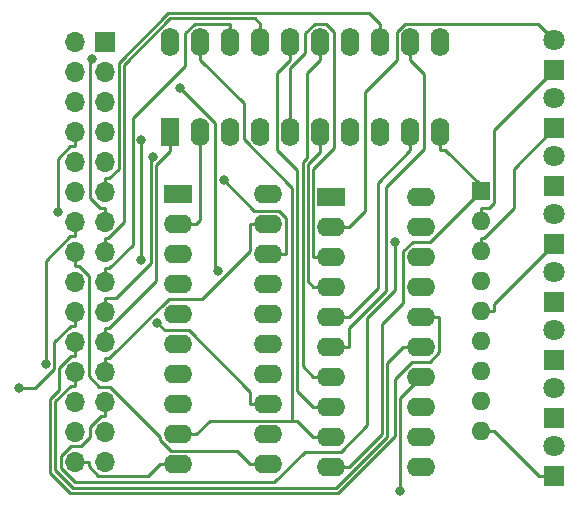
<source format=gbr>
%TF.GenerationSoftware,KiCad,Pcbnew,6.0.2+dfsg-1*%
%TF.CreationDate,2023-02-24T13:33:49-05:00*%
%TF.ProjectId,Register,52656769-7374-4657-922e-6b696361645f,rev?*%
%TF.SameCoordinates,Original*%
%TF.FileFunction,Copper,L2,Bot*%
%TF.FilePolarity,Positive*%
%FSLAX46Y46*%
G04 Gerber Fmt 4.6, Leading zero omitted, Abs format (unit mm)*
G04 Created by KiCad (PCBNEW 6.0.2+dfsg-1) date 2023-02-24 13:33:49*
%MOMM*%
%LPD*%
G01*
G04 APERTURE LIST*
%TA.AperFunction,ComponentPad*%
%ADD10R,1.700000X1.700000*%
%TD*%
%TA.AperFunction,ComponentPad*%
%ADD11O,1.700000X1.700000*%
%TD*%
%TA.AperFunction,ComponentPad*%
%ADD12R,1.800000X1.800000*%
%TD*%
%TA.AperFunction,ComponentPad*%
%ADD13C,1.800000*%
%TD*%
%TA.AperFunction,ComponentPad*%
%ADD14R,2.400000X1.600000*%
%TD*%
%TA.AperFunction,ComponentPad*%
%ADD15O,2.400000X1.600000*%
%TD*%
%TA.AperFunction,ComponentPad*%
%ADD16R,1.600000X2.400000*%
%TD*%
%TA.AperFunction,ComponentPad*%
%ADD17O,1.600000X2.400000*%
%TD*%
%TA.AperFunction,ComponentPad*%
%ADD18R,1.600000X1.600000*%
%TD*%
%TA.AperFunction,ComponentPad*%
%ADD19O,1.600000X1.600000*%
%TD*%
%TA.AperFunction,ViaPad*%
%ADD20C,0.800000*%
%TD*%
%TA.AperFunction,Conductor*%
%ADD21C,0.250000*%
%TD*%
G04 APERTURE END LIST*
D10*
%TO.P,J1,1,Pin_1*%
%TO.N,VCC*%
X45430000Y-56345000D03*
D11*
%TO.P,J1,2,Pin_2*%
%TO.N,/RD_{0}*%
X42890000Y-56345000D03*
%TO.P,J1,3,Pin_3*%
%TO.N,/D_{0}*%
X45430000Y-58885000D03*
%TO.P,J1,4,Pin_4*%
%TO.N,/RD_{1}*%
X42890000Y-58885000D03*
%TO.P,J1,5,Pin_5*%
%TO.N,/D_{1}*%
X45430000Y-61425000D03*
%TO.P,J1,6,Pin_6*%
%TO.N,/RD_{2}*%
X42890000Y-61425000D03*
%TO.P,J1,7,Pin_7*%
%TO.N,/D_{2}*%
X45430000Y-63965000D03*
%TO.P,J1,8,Pin_8*%
%TO.N,/RD_{3}*%
X42890000Y-63965000D03*
%TO.P,J1,9,Pin_9*%
%TO.N,/D_{3}*%
X45430000Y-66505000D03*
%TO.P,J1,10,Pin_10*%
%TO.N,/RD_{4}*%
X42890000Y-66505000D03*
%TO.P,J1,11,Pin_11*%
%TO.N,/D_{4}*%
X45430000Y-69045000D03*
%TO.P,J1,12,Pin_12*%
%TO.N,/RD_{5}*%
X42890000Y-69045000D03*
%TO.P,J1,13,Pin_13*%
%TO.N,/D_{5}*%
X45430000Y-71585000D03*
%TO.P,J1,14,Pin_14*%
%TO.N,/RD_{6}*%
X42890000Y-71585000D03*
%TO.P,J1,15,Pin_15*%
%TO.N,/D_{6}*%
X45430000Y-74125000D03*
%TO.P,J1,16,Pin_16*%
%TO.N,/RD_{7}*%
X42890000Y-74125000D03*
%TO.P,J1,17,Pin_17*%
%TO.N,/D_{7}*%
X45430000Y-76665000D03*
%TO.P,J1,18,Pin_18*%
%TO.N,/RS_{0}*%
X42890000Y-76665000D03*
%TO.P,J1,19,Pin_19*%
%TO.N,/CLK*%
X45430000Y-79205000D03*
%TO.P,J1,20,Pin_20*%
%TO.N,/RS_{1}*%
X42890000Y-79205000D03*
%TO.P,J1,21,Pin_21*%
%TO.N,/RB_{E}*%
X45430000Y-81745000D03*
%TO.P,J1,22,Pin_22*%
%TO.N,/RS_{2}*%
X42890000Y-81745000D03*
%TO.P,J1,23,Pin_23*%
%TO.N,/RD_{E}*%
X45430000Y-84285000D03*
%TO.P,J1,24,Pin_24*%
%TO.N,/RS_{3}*%
X42890000Y-84285000D03*
%TO.P,J1,25,Pin_25*%
%TO.N,/RS_{E}*%
X45430000Y-86825000D03*
%TO.P,J1,26,Pin_26*%
%TO.N,/RS_{4}*%
X42890000Y-86825000D03*
%TO.P,J1,27,Pin_27*%
%TO.N,/RS_{7}*%
X45430000Y-89365000D03*
%TO.P,J1,28,Pin_28*%
%TO.N,/RS_{5}*%
X42890000Y-89365000D03*
%TO.P,J1,29,Pin_29*%
%TO.N,/RS_{6}*%
X45430000Y-91905000D03*
%TO.P,J1,30,Pin_30*%
%TO.N,GND*%
X42890000Y-91905000D03*
%TD*%
D12*
%TO.P,D3,1,K*%
%TO.N,Net-(D3-Pad1)*%
X83470000Y-68555000D03*
D13*
%TO.P,D3,2,A*%
%TO.N,Net-(U1-Pad6)*%
X83470000Y-66015000D03*
%TD*%
D14*
%TO.P,U3,1,A->B*%
%TO.N,Net-(U2-Pad1)*%
X64600000Y-69435000D03*
D15*
%TO.P,U3,2,A0*%
%TO.N,Net-(U1-Pad2)*%
X64600000Y-71975000D03*
%TO.P,U3,3,A1*%
%TO.N,Net-(U1-Pad5)*%
X64600000Y-74515000D03*
%TO.P,U3,4,A2*%
%TO.N,Net-(U1-Pad6)*%
X64600000Y-77055000D03*
%TO.P,U3,5,A3*%
%TO.N,Net-(U1-Pad9)*%
X64600000Y-79595000D03*
%TO.P,U3,6,A4*%
%TO.N,Net-(U1-Pad12)*%
X64600000Y-82135000D03*
%TO.P,U3,7,A5*%
%TO.N,Net-(U1-Pad15)*%
X64600000Y-84675000D03*
%TO.P,U3,8,A6*%
%TO.N,Net-(U1-Pad16)*%
X64600000Y-87215000D03*
%TO.P,U3,9,A7*%
%TO.N,Net-(U1-Pad19)*%
X64600000Y-89755000D03*
%TO.P,U3,10,GND*%
%TO.N,GND*%
X64600000Y-92295000D03*
%TO.P,U3,11,B7*%
%TO.N,/RS_{7}*%
X72220000Y-92295000D03*
%TO.P,U3,12,B6*%
%TO.N,/RS_{6}*%
X72220000Y-89755000D03*
%TO.P,U3,13,B5*%
%TO.N,/RS_{5}*%
X72220000Y-87215000D03*
%TO.P,U3,14,B4*%
%TO.N,/RS_{4}*%
X72220000Y-84675000D03*
%TO.P,U3,15,B3*%
%TO.N,/RS_{3}*%
X72220000Y-82135000D03*
%TO.P,U3,16,B2*%
%TO.N,/RS_{2}*%
X72220000Y-79595000D03*
%TO.P,U3,17,B1*%
%TO.N,/RS_{1}*%
X72220000Y-77055000D03*
%TO.P,U3,18,B0*%
%TO.N,/RS_{0}*%
X72220000Y-74515000D03*
%TO.P,U3,19,CE*%
%TO.N,/RS_{E}*%
X72220000Y-71975000D03*
%TO.P,U3,20,VCC*%
%TO.N,Net-(U2-Pad1)*%
X72220000Y-69435000D03*
%TD*%
D12*
%TO.P,D7,1,K*%
%TO.N,Net-(D7-Pad1)*%
X83470000Y-88185000D03*
D13*
%TO.P,D7,2,A*%
%TO.N,Net-(U1-Pad16)*%
X83470000Y-85645000D03*
%TD*%
D14*
%TO.P,U2,1,A->B*%
%TO.N,Net-(U2-Pad1)*%
X51660000Y-69215000D03*
D15*
%TO.P,U2,2,A0*%
%TO.N,Net-(U1-Pad2)*%
X51660000Y-71755000D03*
%TO.P,U2,3,A1*%
%TO.N,Net-(U1-Pad5)*%
X51660000Y-74295000D03*
%TO.P,U2,4,A2*%
%TO.N,Net-(U1-Pad6)*%
X51660000Y-76835000D03*
%TO.P,U2,5,A3*%
%TO.N,Net-(U1-Pad9)*%
X51660000Y-79375000D03*
%TO.P,U2,6,A4*%
%TO.N,Net-(U1-Pad12)*%
X51660000Y-81915000D03*
%TO.P,U2,7,A5*%
%TO.N,Net-(U1-Pad15)*%
X51660000Y-84455000D03*
%TO.P,U2,8,A6*%
%TO.N,Net-(U1-Pad16)*%
X51660000Y-86995000D03*
%TO.P,U2,9,A7*%
%TO.N,Net-(U1-Pad19)*%
X51660000Y-89535000D03*
%TO.P,U2,10,GND*%
%TO.N,GND*%
X51660000Y-92075000D03*
%TO.P,U2,11,B7*%
%TO.N,/RD_{7}*%
X59280000Y-92075000D03*
%TO.P,U2,12,B6*%
%TO.N,/RD_{6}*%
X59280000Y-89535000D03*
%TO.P,U2,13,B5*%
%TO.N,/RD_{5}*%
X59280000Y-86995000D03*
%TO.P,U2,14,B4*%
%TO.N,/RD_{4}*%
X59280000Y-84455000D03*
%TO.P,U2,15,B3*%
%TO.N,/RD_{3}*%
X59280000Y-81915000D03*
%TO.P,U2,16,B2*%
%TO.N,/RD_{2}*%
X59280000Y-79375000D03*
%TO.P,U2,17,B1*%
%TO.N,/RD_{1}*%
X59280000Y-76835000D03*
%TO.P,U2,18,B0*%
%TO.N,/RD_{0}*%
X59280000Y-74295000D03*
%TO.P,U2,19,CE*%
%TO.N,/RD_{E}*%
X59280000Y-71755000D03*
%TO.P,U2,20,VCC*%
%TO.N,Net-(U2-Pad1)*%
X59280000Y-69215000D03*
%TD*%
D12*
%TO.P,D4,1,K*%
%TO.N,Net-(D4-Pad1)*%
X83470000Y-73465000D03*
D13*
%TO.P,D4,2,A*%
%TO.N,Net-(U1-Pad9)*%
X83470000Y-70925000D03*
%TD*%
D12*
%TO.P,D1,1,K*%
%TO.N,Net-(D1-Pad1)*%
X83470000Y-58730000D03*
D13*
%TO.P,D1,2,A*%
%TO.N,Net-(U1-Pad2)*%
X83470000Y-56190000D03*
%TD*%
D16*
%TO.P,U1,1,~{E}*%
%TO.N,/RB_{E}*%
X50980000Y-63960000D03*
D17*
%TO.P,U1,2,Q0*%
%TO.N,Net-(U1-Pad2)*%
X53520000Y-63960000D03*
%TO.P,U1,3,D0*%
%TO.N,/D_{0}*%
X56060000Y-63960000D03*
%TO.P,U1,4,D1*%
%TO.N,/D_{1}*%
X58600000Y-63960000D03*
%TO.P,U1,5,Q1*%
%TO.N,Net-(U1-Pad5)*%
X61140000Y-63960000D03*
%TO.P,U1,6,Q2*%
%TO.N,Net-(U1-Pad6)*%
X63680000Y-63960000D03*
%TO.P,U1,7,D2*%
%TO.N,/D_{2}*%
X66220000Y-63960000D03*
%TO.P,U1,8,D3*%
%TO.N,/D_{3}*%
X68760000Y-63960000D03*
%TO.P,U1,9,Q3*%
%TO.N,Net-(U1-Pad9)*%
X71300000Y-63960000D03*
%TO.P,U1,10,GND*%
%TO.N,GND*%
X73840000Y-63960000D03*
%TO.P,U1,11,CP*%
%TO.N,/CLK*%
X73840000Y-56340000D03*
%TO.P,U1,12,Q4*%
%TO.N,Net-(U1-Pad12)*%
X71300000Y-56340000D03*
%TO.P,U1,13,D4*%
%TO.N,/D_{4}*%
X68760000Y-56340000D03*
%TO.P,U1,14,D5*%
%TO.N,/D_{5}*%
X66220000Y-56340000D03*
%TO.P,U1,15,Q5*%
%TO.N,Net-(U1-Pad15)*%
X63680000Y-56340000D03*
%TO.P,U1,16,Q6*%
%TO.N,Net-(U1-Pad16)*%
X61140000Y-56340000D03*
%TO.P,U1,17,D6*%
%TO.N,/D_{6}*%
X58600000Y-56340000D03*
%TO.P,U1,18,D7*%
%TO.N,/D_{7}*%
X56060000Y-56340000D03*
%TO.P,U1,19,Q7*%
%TO.N,Net-(U1-Pad19)*%
X53520000Y-56340000D03*
%TO.P,U1,20,VCC*%
%TO.N,VCC*%
X50980000Y-56340000D03*
%TD*%
D12*
%TO.P,D8,1,K*%
%TO.N,Net-(D8-Pad1)*%
X83470000Y-93095000D03*
D13*
%TO.P,D8,2,A*%
%TO.N,Net-(U1-Pad19)*%
X83470000Y-90555000D03*
%TD*%
D18*
%TO.P,RN1,1,R1.1*%
%TO.N,GND*%
X77270000Y-68990000D03*
D19*
%TO.P,RN1,2,R1.2*%
%TO.N,Net-(D1-Pad1)*%
X77270000Y-71530000D03*
%TO.P,RN1,3,R2.2*%
%TO.N,Net-(D2-Pad1)*%
X77270000Y-74070000D03*
%TO.P,RN1,4,R3.2*%
%TO.N,Net-(D3-Pad1)*%
X77270000Y-76610000D03*
%TO.P,RN1,5,R4.2*%
%TO.N,Net-(D4-Pad1)*%
X77270000Y-79150000D03*
%TO.P,RN1,6,R5.2*%
%TO.N,Net-(D5-Pad1)*%
X77270000Y-81690000D03*
%TO.P,RN1,7,R6.2*%
%TO.N,Net-(D6-Pad1)*%
X77270000Y-84230000D03*
%TO.P,RN1,8,R7.2*%
%TO.N,Net-(D7-Pad1)*%
X77270000Y-86770000D03*
%TO.P,RN1,9,R8.2*%
%TO.N,Net-(D8-Pad1)*%
X77270000Y-89310000D03*
%TD*%
D12*
%TO.P,D6,1,K*%
%TO.N,Net-(D6-Pad1)*%
X83470000Y-83275000D03*
D13*
%TO.P,D6,2,A*%
%TO.N,Net-(U1-Pad15)*%
X83470000Y-80735000D03*
%TD*%
D12*
%TO.P,D5,1,K*%
%TO.N,Net-(D5-Pad1)*%
X83470000Y-78375000D03*
D13*
%TO.P,D5,2,A*%
%TO.N,Net-(U1-Pad12)*%
X83470000Y-75835000D03*
%TD*%
D12*
%TO.P,D2,1,K*%
%TO.N,Net-(D2-Pad1)*%
X83470000Y-63640000D03*
D13*
%TO.P,D2,2,A*%
%TO.N,Net-(U1-Pad5)*%
X83470000Y-61100000D03*
%TD*%
D20*
%TO.N,/RS_{4}*%
X70454900Y-94361700D03*
%TO.N,/RS_{E}*%
X70000900Y-73234900D03*
%TO.N,/RS_{1}*%
X38122500Y-85612500D03*
%TO.N,/CLK*%
X49511100Y-66032900D03*
%TO.N,/RD_{6}*%
X40416400Y-83633000D03*
%TO.N,/D_{5}*%
X44353200Y-57806900D03*
%TO.N,/RD_{5}*%
X49856500Y-80093800D03*
%TO.N,/RD_{3}*%
X41461200Y-70767000D03*
%TO.N,/RD_{2}*%
X48520900Y-74795600D03*
X48535400Y-64601800D03*
%TO.N,/RD_{1}*%
X55021500Y-75702000D03*
X51797400Y-60245700D03*
%TO.N,/RD_{0}*%
X55507500Y-68048900D03*
%TD*%
D21*
%TO.N,Net-(D8-Pad1)*%
X82180100Y-93095000D02*
X83470000Y-93095000D01*
X78395100Y-89310000D02*
X82180100Y-93095000D01*
X77270000Y-89310000D02*
X78395100Y-89310000D01*
%TO.N,Net-(D4-Pad1)*%
X78395100Y-78539900D02*
X83470000Y-73465000D01*
X78395100Y-79150000D02*
X78395100Y-78539900D01*
X77270000Y-79150000D02*
X78395100Y-79150000D01*
%TO.N,Net-(D2-Pad1)*%
X77503100Y-72944900D02*
X77270000Y-72944900D01*
X80060800Y-70387200D02*
X77503100Y-72944900D01*
X80060800Y-67049200D02*
X80060800Y-70387200D01*
X83470000Y-63640000D02*
X80060800Y-67049200D01*
X77270000Y-74070000D02*
X77270000Y-72944900D01*
%TO.N,Net-(D1-Pad1)*%
X78395100Y-63804900D02*
X83470000Y-58730000D01*
X78395100Y-69983000D02*
X78395100Y-63804900D01*
X77973200Y-70404900D02*
X78395100Y-69983000D01*
X77270000Y-70404900D02*
X77973200Y-70404900D01*
X77270000Y-71530000D02*
X77270000Y-70404900D01*
%TO.N,Net-(U1-Pad19)*%
X51660000Y-89535000D02*
X53185100Y-89535000D01*
X64600000Y-89755000D02*
X63074900Y-89755000D01*
X53520000Y-56340000D02*
X53520000Y-57865100D01*
X57185200Y-61530300D02*
X53520000Y-57865100D01*
X57185200Y-64577700D02*
X57185200Y-61530300D01*
X61260200Y-68652700D02*
X57185200Y-64577700D01*
X61260200Y-88396600D02*
X61260200Y-68652700D01*
X54323500Y-88396600D02*
X61260200Y-88396600D01*
X53185100Y-89535000D02*
X54323500Y-88396600D01*
X61716500Y-88396600D02*
X63074900Y-89755000D01*
X61260200Y-88396600D02*
X61716500Y-88396600D01*
%TO.N,Net-(U1-Pad16)*%
X61140000Y-56340000D02*
X61140000Y-57865100D01*
X64600000Y-87215000D02*
X63074900Y-87215000D01*
X60010500Y-58994600D02*
X61140000Y-57865100D01*
X60010500Y-65437300D02*
X60010500Y-58994600D01*
X61710300Y-67137100D02*
X60010500Y-65437300D01*
X61710300Y-85850400D02*
X61710300Y-67137100D01*
X63074900Y-87215000D02*
X61710300Y-85850400D01*
%TO.N,Net-(U1-Pad15)*%
X63680000Y-56340000D02*
X63680000Y-57865100D01*
X62174700Y-83774800D02*
X63074900Y-84675000D01*
X62174700Y-66510800D02*
X62174700Y-83774800D01*
X62549100Y-66136400D02*
X62174700Y-66510800D01*
X62549100Y-58996000D02*
X62549100Y-66136400D01*
X63680000Y-57865100D02*
X62549100Y-58996000D01*
X63950000Y-84675000D02*
X63074900Y-84675000D01*
X63950000Y-84675000D02*
X64600000Y-84675000D01*
%TO.N,Net-(U1-Pad12)*%
X71300000Y-56340000D02*
X71300000Y-57865100D01*
X64600000Y-82135000D02*
X66125100Y-82135000D01*
X66125100Y-80546100D02*
X66125100Y-82135000D01*
X69275800Y-77395400D02*
X66125100Y-80546100D01*
X69275800Y-68599400D02*
X69275800Y-77395400D01*
X72449500Y-65425700D02*
X69275800Y-68599400D01*
X72449500Y-59014600D02*
X72449500Y-65425700D01*
X71300000Y-57865100D02*
X72449500Y-59014600D01*
%TO.N,Net-(U1-Pad9)*%
X68543900Y-77176200D02*
X66125100Y-79595000D01*
X68543900Y-68241200D02*
X68543900Y-77176200D01*
X71300000Y-65485100D02*
X68543900Y-68241200D01*
X71300000Y-63960000D02*
X71300000Y-65485100D01*
X64600000Y-79595000D02*
X66125100Y-79595000D01*
%TO.N,Net-(U1-Pad6)*%
X63680000Y-63960000D02*
X63680000Y-65485100D01*
X64600000Y-77055000D02*
X63074900Y-77055000D01*
X62624800Y-76604900D02*
X63074900Y-77055000D01*
X62624800Y-66697300D02*
X62624800Y-76604900D01*
X63680000Y-65642100D02*
X62624800Y-66697300D01*
X63680000Y-65485100D02*
X63680000Y-65642100D01*
%TO.N,Net-(U1-Pad5)*%
X63074900Y-67108700D02*
X63074900Y-74515000D01*
X64858600Y-65325000D02*
X63074900Y-67108700D01*
X64858600Y-55487200D02*
X64858600Y-65325000D01*
X64150200Y-54778800D02*
X64858600Y-55487200D01*
X63214300Y-54778800D02*
X64150200Y-54778800D01*
X62410000Y-55583100D02*
X63214300Y-54778800D01*
X62410000Y-57275500D02*
X62410000Y-55583100D01*
X61140000Y-58545500D02*
X62410000Y-57275500D01*
X61140000Y-63960000D02*
X61140000Y-58545500D01*
X64600000Y-74515000D02*
X63074900Y-74515000D01*
%TO.N,Net-(U1-Pad2)*%
X64600000Y-71975000D02*
X66125100Y-71975000D01*
X67490000Y-70610100D02*
X66125100Y-71975000D01*
X67490000Y-60550000D02*
X67490000Y-70610100D01*
X70174800Y-57865200D02*
X67490000Y-60550000D01*
X70174800Y-55465400D02*
X70174800Y-57865200D01*
X70827200Y-54813000D02*
X70174800Y-55465400D01*
X82093000Y-54813000D02*
X70827200Y-54813000D01*
X83470000Y-56190000D02*
X82093000Y-54813000D01*
X53520000Y-71420100D02*
X53185100Y-71755000D01*
X53520000Y-63960000D02*
X53520000Y-71420100D01*
X51660000Y-71755000D02*
X53185100Y-71755000D01*
%TO.N,GND*%
X44065100Y-92270300D02*
X44065100Y-91905000D01*
X44893800Y-93099000D02*
X44065100Y-92270300D01*
X49110900Y-93099000D02*
X44893800Y-93099000D01*
X50134900Y-92075000D02*
X49110900Y-93099000D01*
X51660000Y-92075000D02*
X50134900Y-92075000D01*
X42890000Y-91905000D02*
X44065100Y-91905000D01*
X64600000Y-92295000D02*
X66125100Y-92295000D01*
X68894400Y-89525700D02*
X66125100Y-92295000D01*
X68894400Y-80210000D02*
X68894400Y-89525700D01*
X70694800Y-78409600D02*
X68894400Y-80210000D01*
X70694800Y-74048300D02*
X70694800Y-78409600D01*
X71498100Y-73245000D02*
X70694800Y-74048300D01*
X72950100Y-73245000D02*
X71498100Y-73245000D01*
X77270000Y-68925100D02*
X72950100Y-73245000D01*
X77270000Y-68481200D02*
X77270000Y-68925100D01*
X77270000Y-68990000D02*
X77270000Y-68481200D01*
X74273900Y-65485100D02*
X73840000Y-65485100D01*
X77270000Y-68481200D02*
X74273900Y-65485100D01*
X73840000Y-63960000D02*
X73840000Y-65485100D01*
%TO.N,/RS_{4}*%
X70454900Y-86440100D02*
X70454900Y-94361700D01*
X72220000Y-84675000D02*
X70454900Y-86440100D01*
%TO.N,/RS_{E}*%
X45430000Y-86825000D02*
X45430000Y-88000100D01*
X45064700Y-88000100D02*
X45430000Y-88000100D01*
X44160000Y-88904800D02*
X45064700Y-88000100D01*
X44160000Y-89795900D02*
X44160000Y-88904800D01*
X43415700Y-90540200D02*
X44160000Y-89795900D01*
X42576300Y-90540200D02*
X43415700Y-90540200D01*
X41695800Y-91420700D02*
X42576300Y-90540200D01*
X41695800Y-92425500D02*
X41695800Y-91420700D01*
X42887800Y-93617500D02*
X41695800Y-92425500D01*
X59761600Y-93617500D02*
X42887800Y-93617500D01*
X62354100Y-91025000D02*
X59761600Y-93617500D01*
X65385800Y-91025000D02*
X62354100Y-91025000D01*
X67621500Y-88789300D02*
X65385800Y-91025000D01*
X67621500Y-79686300D02*
X67621500Y-88789300D01*
X70000900Y-77306900D02*
X67621500Y-79686300D01*
X70000900Y-73234900D02*
X70000900Y-77306900D01*
%TO.N,/RS_{3}*%
X42890000Y-84285000D02*
X42890000Y-85460100D01*
X72220000Y-82135000D02*
X70694900Y-82135000D01*
X42524700Y-85460100D02*
X42890000Y-85460100D01*
X41245700Y-86739100D02*
X42524700Y-85460100D01*
X41245700Y-92612000D02*
X41245700Y-86739100D01*
X42701300Y-94067600D02*
X41245700Y-92612000D01*
X65014400Y-94067600D02*
X42701300Y-94067600D01*
X69344600Y-89737400D02*
X65014400Y-94067600D01*
X69344600Y-83485300D02*
X69344600Y-89737400D01*
X70694900Y-82135000D02*
X69344600Y-83485300D01*
%TO.N,/RD_{E}*%
X45801400Y-83109900D02*
X45430000Y-83109900D01*
X50837000Y-78074300D02*
X45801400Y-83109900D01*
X53689600Y-78074300D02*
X50837000Y-78074300D01*
X57754900Y-74009000D02*
X53689600Y-78074300D01*
X57754900Y-71755000D02*
X57754900Y-74009000D01*
X59280000Y-71755000D02*
X57754900Y-71755000D01*
X45430000Y-84285000D02*
X45430000Y-83109900D01*
%TO.N,/RS_{2}*%
X42571400Y-82920100D02*
X42890000Y-82920100D01*
X41591600Y-83899900D02*
X42571400Y-82920100D01*
X41591600Y-85756500D02*
X41591600Y-83899900D01*
X40756100Y-86592000D02*
X41591600Y-85756500D01*
X40756100Y-92801400D02*
X40756100Y-86592000D01*
X42496100Y-94541400D02*
X40756100Y-92801400D01*
X65177300Y-94541400D02*
X42496100Y-94541400D01*
X70004700Y-89714000D02*
X65177300Y-94541400D01*
X70004700Y-84848400D02*
X70004700Y-89714000D01*
X71448100Y-83405000D02*
X70004700Y-84848400D01*
X72959300Y-83405000D02*
X71448100Y-83405000D01*
X73745100Y-82619200D02*
X72959300Y-83405000D01*
X73745100Y-79595000D02*
X73745100Y-82619200D01*
X72220000Y-79595000D02*
X73745100Y-79595000D01*
X42890000Y-81745000D02*
X42890000Y-82920100D01*
%TO.N,/RB_{E}*%
X50980000Y-63960000D02*
X50980000Y-65485100D01*
X45430000Y-81745000D02*
X45430000Y-80569900D01*
X50980000Y-65589500D02*
X50980000Y-65485100D01*
X49780700Y-66788800D02*
X50980000Y-65589500D01*
X49780700Y-76584400D02*
X49780700Y-66788800D01*
X45795200Y-80569900D02*
X49780700Y-76584400D01*
X45430000Y-80569900D02*
X45795200Y-80569900D01*
%TO.N,/RS_{1}*%
X42890000Y-79205000D02*
X42890000Y-80380100D01*
X39516200Y-85612500D02*
X38122500Y-85612500D01*
X41141500Y-83987200D02*
X39516200Y-85612500D01*
X41141500Y-81763300D02*
X41141500Y-83987200D01*
X42524700Y-80380100D02*
X41141500Y-81763300D01*
X42890000Y-80380100D02*
X42524700Y-80380100D01*
%TO.N,/CLK*%
X46347100Y-78029900D02*
X45430000Y-78029900D01*
X49330500Y-75046500D02*
X46347100Y-78029900D01*
X49330500Y-66213500D02*
X49330500Y-75046500D01*
X49511100Y-66032900D02*
X49330500Y-66213500D01*
X45430000Y-79205000D02*
X45430000Y-78029900D01*
%TO.N,/D_{7}*%
X45795200Y-75489900D02*
X45430000Y-75489900D01*
X47795700Y-73489400D02*
X45795200Y-75489900D01*
X47795700Y-62795000D02*
X47795700Y-73489400D01*
X52250000Y-58340700D02*
X47795700Y-62795000D01*
X52250000Y-55588600D02*
X52250000Y-58340700D01*
X53023700Y-54814900D02*
X52250000Y-55588600D01*
X56060000Y-54814900D02*
X53023700Y-54814900D01*
X56060000Y-56340000D02*
X56060000Y-54814900D01*
X45430000Y-76665000D02*
X45430000Y-75489900D01*
%TO.N,/RD_{7}*%
X43255200Y-75300100D02*
X42890000Y-75300100D01*
X44065100Y-76110000D02*
X43255200Y-75300100D01*
X44065100Y-84621000D02*
X44065100Y-76110000D01*
X44944700Y-85500600D02*
X44065100Y-84621000D01*
X45839300Y-85500600D02*
X44944700Y-85500600D01*
X50134800Y-89796100D02*
X45839300Y-85500600D01*
X50134800Y-90060300D02*
X50134800Y-89796100D01*
X51024300Y-90949800D02*
X50134800Y-90060300D01*
X56629700Y-90949800D02*
X51024300Y-90949800D01*
X57754900Y-92075000D02*
X56629700Y-90949800D01*
X59280000Y-92075000D02*
X57754900Y-92075000D01*
X42890000Y-74125000D02*
X42890000Y-75300100D01*
%TO.N,/D_{6}*%
X58600000Y-56340000D02*
X58600000Y-54814900D01*
X45430000Y-74125000D02*
X45430000Y-72949900D01*
X58127900Y-54342800D02*
X58600000Y-54814900D01*
X50985900Y-54342800D02*
X58127900Y-54342800D01*
X47065200Y-58263500D02*
X50985900Y-54342800D01*
X47065200Y-71611800D02*
X47065200Y-58263500D01*
X45727100Y-72949900D02*
X47065200Y-71611800D01*
X45430000Y-72949900D02*
X45727100Y-72949900D01*
%TO.N,/RD_{6}*%
X42890000Y-71585000D02*
X42890000Y-72760100D01*
X40416400Y-74866500D02*
X40416400Y-83633000D01*
X42522800Y-72760100D02*
X40416400Y-74866500D01*
X42890000Y-72760100D02*
X42522800Y-72760100D01*
%TO.N,/D_{5}*%
X44162700Y-57997400D02*
X44353200Y-57806900D01*
X44162700Y-69509800D02*
X44162700Y-57997400D01*
X45062800Y-70409900D02*
X44162700Y-69509800D01*
X45430000Y-70409900D02*
X45062800Y-70409900D01*
X45430000Y-71585000D02*
X45430000Y-70409900D01*
%TO.N,/RD_{5}*%
X59280000Y-86995000D02*
X57754900Y-86995000D01*
X50504800Y-80742100D02*
X49856500Y-80093800D01*
X52550500Y-80742100D02*
X50504800Y-80742100D01*
X57754900Y-85946500D02*
X52550500Y-80742100D01*
X57754900Y-86995000D02*
X57754900Y-85946500D01*
%TO.N,/D_{4}*%
X45795200Y-67869900D02*
X45430000Y-67869900D01*
X46615000Y-67050100D02*
X45795200Y-67869900D01*
X46615000Y-58077000D02*
X46615000Y-67050100D01*
X50804900Y-53887100D02*
X46615000Y-58077000D01*
X67832200Y-53887100D02*
X50804900Y-53887100D01*
X68760000Y-54814900D02*
X67832200Y-53887100D01*
X68760000Y-56340000D02*
X68760000Y-54814900D01*
X45430000Y-69045000D02*
X45430000Y-67869900D01*
%TO.N,/RD_{3}*%
X42890000Y-63965000D02*
X42890000Y-65140100D01*
X41461200Y-66201700D02*
X41461200Y-70767000D01*
X42522800Y-65140100D02*
X41461200Y-66201700D01*
X42890000Y-65140100D02*
X42522800Y-65140100D01*
%TO.N,/RD_{2}*%
X48520900Y-64616300D02*
X48535400Y-64601800D01*
X48520900Y-74795600D02*
X48520900Y-64616300D01*
%TO.N,/RD_{1}*%
X54782400Y-75462900D02*
X55021500Y-75702000D01*
X54782400Y-63230700D02*
X54782400Y-75462900D01*
X51797400Y-60245700D02*
X54782400Y-63230700D01*
%TO.N,/RD_{0}*%
X59280000Y-74295000D02*
X60805100Y-74295000D01*
X58088400Y-70629800D02*
X55507500Y-68048900D01*
X60176100Y-70629800D02*
X58088400Y-70629800D01*
X60805100Y-71258800D02*
X60176100Y-70629800D01*
X60805100Y-74295000D02*
X60805100Y-71258800D01*
%TD*%
M02*

</source>
